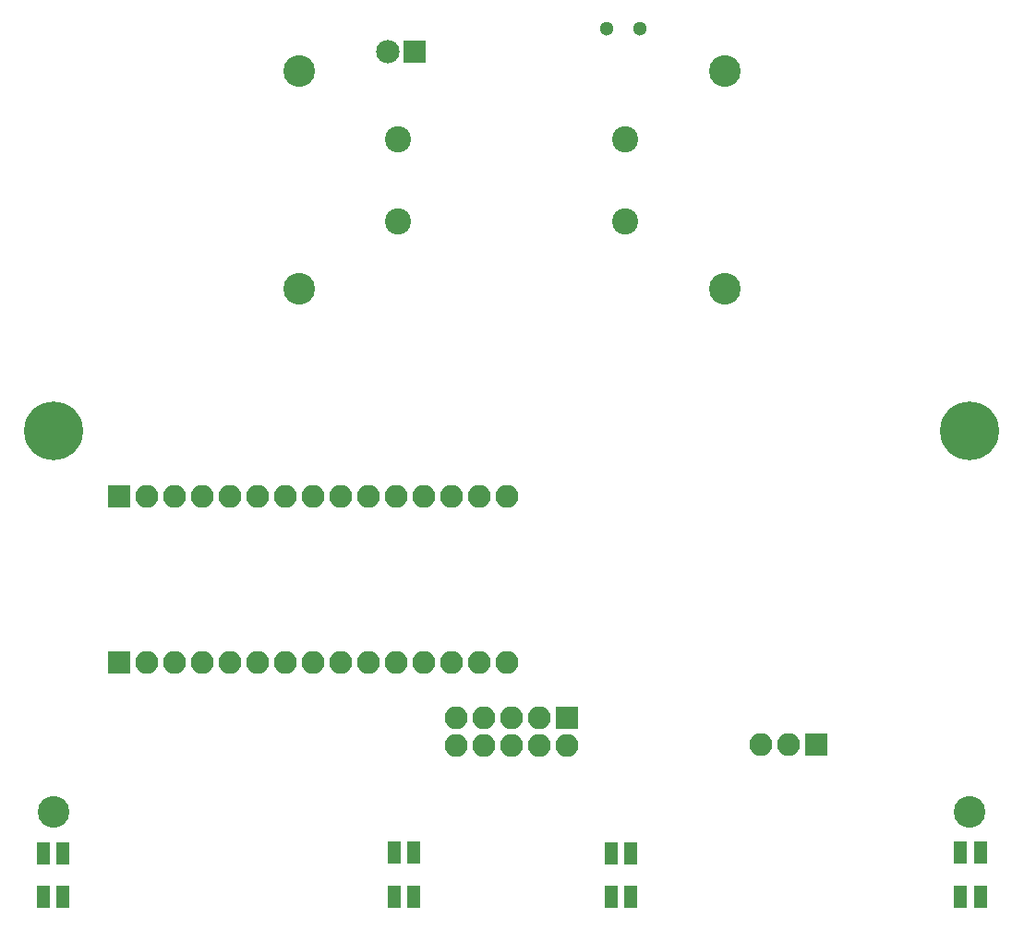
<source format=gbs>
G04 #@! TF.FileFunction,Soldermask,Bot*
%FSLAX46Y46*%
G04 Gerber Fmt 4.6, Leading zero omitted, Abs format (unit mm)*
G04 Created by KiCad (PCBNEW 4.0.7-e2-6376~58~ubuntu16.04.1) date Mon Nov 13 19:48:04 2017*
%MOMM*%
%LPD*%
G01*
G04 APERTURE LIST*
%ADD10C,0.100000*%
%ADD11R,1.190000X2.060000*%
%ADD12C,2.400000*%
%ADD13R,2.150000X2.150000*%
%ADD14C,2.150000*%
%ADD15R,2.100000X2.100000*%
%ADD16O,2.100000X2.100000*%
%ADD17C,1.300000*%
%ADD18C,2.900000*%
%ADD19C,5.400000*%
G04 APERTURE END LIST*
D10*
D11*
X190754000Y-134543800D03*
X190754000Y-130543800D03*
X192554000Y-130543800D03*
X192554000Y-134543800D03*
D12*
X160020000Y-72593200D03*
X160020000Y-65074800D03*
X139192000Y-72593200D03*
X139192000Y-65074800D03*
D13*
X140690600Y-56997600D03*
D14*
X138190600Y-56997600D03*
D15*
X154686000Y-118110000D03*
D16*
X154686000Y-120650000D03*
X152146000Y-118110000D03*
X152146000Y-120650000D03*
X149606000Y-118110000D03*
X149606000Y-120650000D03*
X147066000Y-118110000D03*
X147066000Y-120650000D03*
X144526000Y-118110000D03*
X144526000Y-120650000D03*
D15*
X113588800Y-113055400D03*
D16*
X116128800Y-113055400D03*
X118668800Y-113055400D03*
X121208800Y-113055400D03*
X123748800Y-113055400D03*
X126288800Y-113055400D03*
X128828800Y-113055400D03*
X131368800Y-113055400D03*
X133908800Y-113055400D03*
X136448800Y-113055400D03*
X138988800Y-113055400D03*
X141528800Y-113055400D03*
X144068800Y-113055400D03*
X146608800Y-113055400D03*
X149148800Y-113055400D03*
D15*
X113588800Y-97815400D03*
D16*
X116128800Y-97815400D03*
X118668800Y-97815400D03*
X121208800Y-97815400D03*
X123748800Y-97815400D03*
X126288800Y-97815400D03*
X128828800Y-97815400D03*
X131368800Y-97815400D03*
X133908800Y-97815400D03*
X136448800Y-97815400D03*
X138988800Y-97815400D03*
X141528800Y-97815400D03*
X144068800Y-97815400D03*
X146608800Y-97815400D03*
X149148800Y-97815400D03*
D11*
X160528000Y-130556000D03*
X160528000Y-134556000D03*
X158728000Y-134556000D03*
X158728000Y-130556000D03*
X138811000Y-134543800D03*
X138811000Y-130543800D03*
X140611000Y-130543800D03*
X140611000Y-134543800D03*
X108458000Y-130556000D03*
X108458000Y-134556000D03*
X106658000Y-134556000D03*
X106658000Y-130556000D03*
D15*
X177546000Y-120624600D03*
D16*
X175006000Y-120624600D03*
X172466000Y-120624600D03*
D17*
X161304100Y-54915000D03*
X158304100Y-54915000D03*
D18*
X107596940Y-126809500D03*
X191597280Y-126809500D03*
X169095420Y-58811160D03*
X130096260Y-58811160D03*
X130096260Y-78811120D03*
X169095420Y-78811120D03*
D19*
X107596940Y-91810840D03*
X191597280Y-91810840D03*
M02*

</source>
